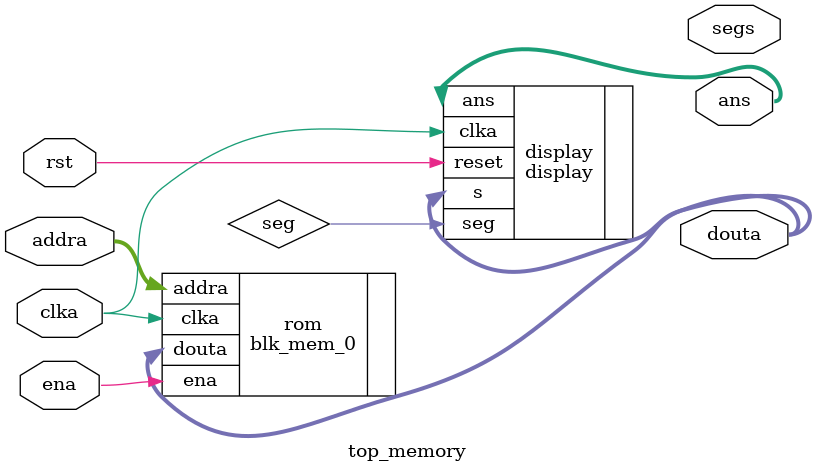
<source format=v>
`timescale 1ns / 1ps

module top_memory(
 input wire clka,ena,rst,
 input wire [9:0] addra,
 output wire [6:0] segs,
 output wire [7:0] ans,
 output wire [31:0] douta
);

/** 
call Memeroy interface generator to generator an single-port rom
input 10-bit address and get 32-bit inst as douta

*/

blk_mem_0 rom(
  .clka(clka),    // input wire clka
  .ena(ena),      // input wire ena
  .addra(addra),  // input wire [9 : 0] addra
  .douta(douta)  
);

display display(
    .clka(clka),
    .reset(rst),
    .s(douta),
    .seg(seg),
    .ans(ans)
);


endmodule
</source>
